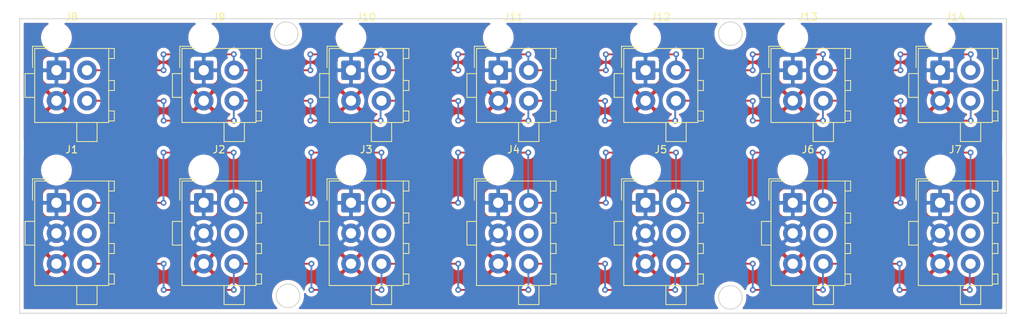
<source format=kicad_pcb>
(kicad_pcb (version 20171130) (host pcbnew "(5.1.5)-3")
  (layers (0 F.Cu signal) (31 B.Cu signal) (34 B.Paste user) (35 F.Paste user) (36 B.SilkS user) (37 F.SilkS user) (38 B.Mask user) (39 F.Mask user) (44 Edge.Cuts user))
  (net 0 "")
  (net 1 GND)
  (net 2 +12V)
  (net 3 CANH)
  (net 4 CANL)
  (net 5 PWM)
  (net 6 Sens)
  (net 7 VCC)
  (net 8 "Net-(J1-Pad5)")
  (net 9 "Net-(J2-Pad5)")
  (net 10 "Net-(J3-Pad5)")
  (net 11 "Net-(J4-Pad5)")
  (net 12 "Net-(J5-Pad5)")
  (net 13 "Net-(J6-Pad5)")
  (net 14 "Net-(J7-Pad5)")
  (module Connector_TE-Connectivity:TE_MATE-N-LOK_1-770875-x_2x03_P4.14mm_Vertical (layer F.Cu) (at 87.042 102.47)
    (fp_text reference J1 (at 2.07 -7.23) (layer F.SilkS))
    (fp_text value Conn_01x06)
    (pad 1 thru_hole roundrect (at 0 0) (size 2.64 2.64) (drill 1.4) (layers *.Cu *.Mask) (roundrect_rratio 0.094697) (net 1 GND))
    (pad 2 thru_hole circle (at 0 4.14) (size 2.64 2.64) (drill 1.4) (layers *.Cu *.Mask) (net 1 GND))
    (pad 3 thru_hole circle (at 0 8.28) (size 2.64 2.64) (drill 1.4) (layers *.Cu *.Mask) (net 2 +12V))
    (pad 4 thru_hole circle (at 4.14 0) (size 2.64 2.64) (drill 1.4) (layers *.Cu *.Mask) (net 3 CANH))
    (pad 5 thru_hole circle (at 4.14 4.14) (size 2.64 2.64) (drill 1.4) (layers *.Cu *.Mask) (net 8 "Net-(J1-Pad5)"))
    (pad 6 thru_hole circle (at 4.14 8.28) (size 2.64 2.64) (drill 1.4) (layers *.Cu *.Mask) (net 4 CANL))
    (pad "" np_thru_hole circle (at 0 -4.44) (size 3.18 3.18) (drill 3.18) (layers *.Cu *.Mask))
  )
  (module Connector_TE-Connectivity:TE_MATE-N-LOK_1-770875-x_2x03_P4.14mm_Vertical (layer F.Cu) (at 107.042 102.47)
    (fp_text reference J2 (at 2.07 -7.23) (layer F.SilkS))
    (fp_text value Conn_01x06)
    (pad "" np_thru_hole circle (at 0 -4.44) (size 3.18 3.18) (drill 3.18) (layers *.Cu *.Mask))
    (pad 6 thru_hole circle (at 4.14 8.28) (size 2.64 2.64) (drill 1.4) (layers *.Cu *.Mask) (net 4 CANL))
    (pad 5 thru_hole circle (at 4.14 4.14) (size 2.64 2.64) (drill 1.4) (layers *.Cu *.Mask) (net 9 "Net-(J2-Pad5)"))
    (pad 4 thru_hole circle (at 4.14 0) (size 2.64 2.64) (drill 1.4) (layers *.Cu *.Mask) (net 3 CANH))
    (pad 3 thru_hole circle (at 0 8.28) (size 2.64 2.64) (drill 1.4) (layers *.Cu *.Mask) (net 2 +12V))
    (pad 2 thru_hole circle (at 0 4.14) (size 2.64 2.64) (drill 1.4) (layers *.Cu *.Mask) (net 1 GND))
    (pad 1 thru_hole roundrect (at 0 0) (size 2.64 2.64) (drill 1.4) (layers *.Cu *.Mask) (roundrect_rratio 0.094697) (net 1 GND))
  )
  (module Connector_TE-Connectivity:TE_MATE-N-LOK_1-770875-x_2x03_P4.14mm_Vertical (layer F.Cu) (at 127.042 102.47)
    (fp_text reference J3 (at 2.07 -7.23) (layer F.SilkS))
    (fp_text value Conn_01x06)
    (pad 1 thru_hole roundrect (at 0 0) (size 2.64 2.64) (drill 1.4) (layers *.Cu *.Mask) (roundrect_rratio 0.094697) (net 1 GND))
    (pad 2 thru_hole circle (at 0 4.14) (size 2.64 2.64) (drill 1.4) (layers *.Cu *.Mask) (net 1 GND))
    (pad 3 thru_hole circle (at 0 8.28) (size 2.64 2.64) (drill 1.4) (layers *.Cu *.Mask) (net 2 +12V))
    (pad 4 thru_hole circle (at 4.14 0) (size 2.64 2.64) (drill 1.4) (layers *.Cu *.Mask) (net 3 CANH))
    (pad 5 thru_hole circle (at 4.14 4.14) (size 2.64 2.64) (drill 1.4) (layers *.Cu *.Mask) (net 10 "Net-(J3-Pad5)"))
    (pad 6 thru_hole circle (at 4.14 8.28) (size 2.64 2.64) (drill 1.4) (layers *.Cu *.Mask) (net 4 CANL))
    (pad "" np_thru_hole circle (at 0 -4.44) (size 3.18 3.18) (drill 3.18) (layers *.Cu *.Mask))
  )
  (module Connector_TE-Connectivity:TE_MATE-N-LOK_1-770875-x_2x03_P4.14mm_Vertical (layer F.Cu) (at 147.042 102.47)
    (fp_text reference J4 (at 2.07 -7.23) (layer F.SilkS))
    (fp_text value Conn_01x06)
    (pad "" np_thru_hole circle (at 0 -4.44) (size 3.18 3.18) (drill 3.18) (layers *.Cu *.Mask))
    (pad 6 thru_hole circle (at 4.14 8.28) (size 2.64 2.64) (drill 1.4) (layers *.Cu *.Mask) (net 4 CANL))
    (pad 5 thru_hole circle (at 4.14 4.14) (size 2.64 2.64) (drill 1.4) (layers *.Cu *.Mask) (net 11 "Net-(J4-Pad5)"))
    (pad 4 thru_hole circle (at 4.14 0) (size 2.64 2.64) (drill 1.4) (layers *.Cu *.Mask) (net 3 CANH))
    (pad 3 thru_hole circle (at 0 8.28) (size 2.64 2.64) (drill 1.4) (layers *.Cu *.Mask) (net 2 +12V))
    (pad 2 thru_hole circle (at 0 4.14) (size 2.64 2.64) (drill 1.4) (layers *.Cu *.Mask) (net 1 GND))
    (pad 1 thru_hole roundrect (at 0 0) (size 2.64 2.64) (drill 1.4) (layers *.Cu *.Mask) (roundrect_rratio 0.094697) (net 1 GND))
  )
  (module Connector_TE-Connectivity:TE_MATE-N-LOK_1-770875-x_2x03_P4.14mm_Vertical (layer F.Cu) (at 167.042 102.47)
    (fp_text reference J5 (at 2.07 -7.23) (layer F.SilkS))
    (fp_text value Conn_01x06)
    (pad 1 thru_hole roundrect (at 0 0) (size 2.64 2.64) (drill 1.4) (layers *.Cu *.Mask) (roundrect_rratio 0.094697) (net 1 GND))
    (pad 2 thru_hole circle (at 0 4.14) (size 2.64 2.64) (drill 1.4) (layers *.Cu *.Mask) (net 1 GND))
    (pad 3 thru_hole circle (at 0 8.28) (size 2.64 2.64) (drill 1.4) (layers *.Cu *.Mask) (net 2 +12V))
    (pad 4 thru_hole circle (at 4.14 0) (size 2.64 2.64) (drill 1.4) (layers *.Cu *.Mask) (net 3 CANH))
    (pad 5 thru_hole circle (at 4.14 4.14) (size 2.64 2.64) (drill 1.4) (layers *.Cu *.Mask) (net 12 "Net-(J5-Pad5)"))
    (pad 6 thru_hole circle (at 4.14 8.28) (size 2.64 2.64) (drill 1.4) (layers *.Cu *.Mask) (net 4 CANL))
    (pad "" np_thru_hole circle (at 0 -4.44) (size 3.18 3.18) (drill 3.18) (layers *.Cu *.Mask))
  )
  (module Connector_TE-Connectivity:TE_MATE-N-LOK_1-770875-x_2x03_P4.14mm_Vertical (layer F.Cu) (at 187.042 102.47)
    (fp_text reference J6 (at 2.07 -7.23) (layer F.SilkS))
    (fp_text value Conn_01x06)
    (pad "" np_thru_hole circle (at 0 -4.44) (size 3.18 3.18) (drill 3.18) (layers *.Cu *.Mask))
    (pad 6 thru_hole circle (at 4.14 8.28) (size 2.64 2.64) (drill 1.4) (layers *.Cu *.Mask) (net 4 CANL))
    (pad 5 thru_hole circle (at 4.14 4.14) (size 2.64 2.64) (drill 1.4) (layers *.Cu *.Mask) (net 13 "Net-(J6-Pad5)"))
    (pad 4 thru_hole circle (at 4.14 0) (size 2.64 2.64) (drill 1.4) (layers *.Cu *.Mask) (net 3 CANH))
    (pad 3 thru_hole circle (at 0 8.28) (size 2.64 2.64) (drill 1.4) (layers *.Cu *.Mask) (net 2 +12V))
    (pad 2 thru_hole circle (at 0 4.14) (size 2.64 2.64) (drill 1.4) (layers *.Cu *.Mask) (net 1 GND))
    (pad 1 thru_hole roundrect (at 0 0) (size 2.64 2.64) (drill 1.4) (layers *.Cu *.Mask) (roundrect_rratio 0.094697) (net 1 GND))
  )
  (module Connector_TE-Connectivity:TE_MATE-N-LOK_1-770875-x_2x03_P4.14mm_Vertical (layer F.Cu) (at 207.042 102.47)
    (fp_text reference J7 (at 2.07 -7.23) (layer F.SilkS))
    (fp_text value Conn_01x06)
    (pad 1 thru_hole roundrect (at 0 0) (size 2.64 2.64) (drill 1.4) (layers *.Cu *.Mask) (roundrect_rratio 0.094697) (net 1 GND))
    (pad 2 thru_hole circle (at 0 4.14) (size 2.64 2.64) (drill 1.4) (layers *.Cu *.Mask) (net 1 GND))
    (pad 3 thru_hole circle (at 0 8.28) (size 2.64 2.64) (drill 1.4) (layers *.Cu *.Mask) (net 2 +12V))
    (pad 4 thru_hole circle (at 4.14 0) (size 2.64 2.64) (drill 1.4) (layers *.Cu *.Mask) (net 3 CANH))
    (pad 5 thru_hole circle (at 4.14 4.14) (size 2.64 2.64) (drill 1.4) (layers *.Cu *.Mask) (net 14 "Net-(J7-Pad5)"))
    (pad 6 thru_hole circle (at 4.14 8.28) (size 2.64 2.64) (drill 1.4) (layers *.Cu *.Mask) (net 4 CANL))
    (pad "" np_thru_hole circle (at 0 -4.44) (size 3.18 3.18) (drill 3.18) (layers *.Cu *.Mask))
  )
  (module Connector_TE-Connectivity:TE_MATE-N-LOK_1-770874-x_2x02_P4.14mm_Vertical (layer F.Cu) (at 87.042 84.47)
    (fp_text reference J8 (at 2.07 -7.23) (layer F.SilkS))
    (fp_text value Conn_01x04)
    (pad "" np_thru_hole circle (at 0 -4.44) (size 3.18 3.18) (drill 3.18) (layers *.Cu *.Mask))
    (pad 4 thru_hole circle (at 4.14 4.14) (size 2.64 2.64) (drill 1.4) (layers *.Cu *.Mask) (net 5 PWM))
    (pad 3 thru_hole circle (at 4.14 0) (size 2.64 2.64) (drill 1.4) (layers *.Cu *.Mask) (net 6 Sens))
    (pad 2 thru_hole circle (at 0 4.14) (size 2.64 2.64) (drill 1.4) (layers *.Cu *.Mask) (net 7 VCC))
    (pad 1 thru_hole roundrect (at 0 0) (size 2.64 2.64) (drill 1.4) (layers *.Cu *.Mask) (roundrect_rratio 0.094697) (net 1 GND))
  )
  (module Connector_TE-Connectivity:TE_MATE-N-LOK_1-770874-x_2x02_P4.14mm_Vertical (layer F.Cu) (at 107.042 84.47)
    (fp_text reference J9 (at 2.07 -7.23) (layer F.SilkS))
    (fp_text value Conn_01x04)
    (pad 1 thru_hole roundrect (at 0 0) (size 2.64 2.64) (drill 1.4) (layers *.Cu *.Mask) (roundrect_rratio 0.094697) (net 1 GND))
    (pad 2 thru_hole circle (at 0 4.14) (size 2.64 2.64) (drill 1.4) (layers *.Cu *.Mask) (net 7 VCC))
    (pad 3 thru_hole circle (at 4.14 0) (size 2.64 2.64) (drill 1.4) (layers *.Cu *.Mask) (net 6 Sens))
    (pad 4 thru_hole circle (at 4.14 4.14) (size 2.64 2.64) (drill 1.4) (layers *.Cu *.Mask) (net 5 PWM))
    (pad "" np_thru_hole circle (at 0 -4.44) (size 3.18 3.18) (drill 3.18) (layers *.Cu *.Mask))
  )
  (module Connector_TE-Connectivity:TE_MATE-N-LOK_1-770874-x_2x02_P4.14mm_Vertical (layer F.Cu) (at 127.042 84.47)
    (fp_text reference J10 (at 2.07 -7.23) (layer F.SilkS))
    (fp_text value Conn_01x04)
    (pad "" np_thru_hole circle (at 0 -4.44) (size 3.18 3.18) (drill 3.18) (layers *.Cu *.Mask))
    (pad 4 thru_hole circle (at 4.14 4.14) (size 2.64 2.64) (drill 1.4) (layers *.Cu *.Mask) (net 5 PWM))
    (pad 3 thru_hole circle (at 4.14 0) (size 2.64 2.64) (drill 1.4) (layers *.Cu *.Mask) (net 6 Sens))
    (pad 2 thru_hole circle (at 0 4.14) (size 2.64 2.64) (drill 1.4) (layers *.Cu *.Mask) (net 7 VCC))
    (pad 1 thru_hole roundrect (at 0 0) (size 2.64 2.64) (drill 1.4) (layers *.Cu *.Mask) (roundrect_rratio 0.094697) (net 1 GND))
  )
  (module Connector_TE-Connectivity:TE_MATE-N-LOK_1-770874-x_2x02_P4.14mm_Vertical (layer F.Cu) (at 147.042 84.47)
    (fp_text reference J11 (at 2.07 -7.23) (layer F.SilkS))
    (fp_text value Conn_01x04)
    (pad 1 thru_hole roundrect (at 0 0) (size 2.64 2.64) (drill 1.4) (layers *.Cu *.Mask) (roundrect_rratio 0.094697) (net 1 GND))
    (pad 2 thru_hole circle (at 0 4.14) (size 2.64 2.64) (drill 1.4) (layers *.Cu *.Mask) (net 7 VCC))
    (pad 3 thru_hole circle (at 4.14 0) (size 2.64 2.64) (drill 1.4) (layers *.Cu *.Mask) (net 6 Sens))
    (pad 4 thru_hole circle (at 4.14 4.14) (size 2.64 2.64) (drill 1.4) (layers *.Cu *.Mask) (net 5 PWM))
    (pad "" np_thru_hole circle (at 0 -4.44) (size 3.18 3.18) (drill 3.18) (layers *.Cu *.Mask))
  )
  (module Connector_TE-Connectivity:TE_MATE-N-LOK_1-770874-x_2x02_P4.14mm_Vertical (layer F.Cu) (at 167.042 84.47)
    (fp_text reference J12 (at 2.07 -7.23) (layer F.SilkS))
    (fp_text value Conn_01x04)
    (pad "" np_thru_hole circle (at 0 -4.44) (size 3.18 3.18) (drill 3.18) (layers *.Cu *.Mask))
    (pad 4 thru_hole circle (at 4.14 4.14) (size 2.64 2.64) (drill 1.4) (layers *.Cu *.Mask) (net 5 PWM))
    (pad 3 thru_hole circle (at 4.14 0) (size 2.64 2.64) (drill 1.4) (layers *.Cu *.Mask) (net 6 Sens))
    (pad 2 thru_hole circle (at 0 4.14) (size 2.64 2.64) (drill 1.4) (layers *.Cu *.Mask) (net 7 VCC))
    (pad 1 thru_hole roundrect (at 0 0) (size 2.64 2.64) (drill 1.4) (layers *.Cu *.Mask) (roundrect_rratio 0.094697) (net 1 GND))
  )
  (module Connector_TE-Connectivity:TE_MATE-N-LOK_1-770874-x_2x02_P4.14mm_Vertical (layer F.Cu) (at 187.042 84.47)
    (fp_text reference J13 (at 2.07 -7.23) (layer F.SilkS))
    (fp_text value Conn_01x04)
    (pad 1 thru_hole roundrect (at 0 0) (size 2.64 2.64) (drill 1.4) (layers *.Cu *.Mask) (roundrect_rratio 0.094697) (net 1 GND))
    (pad 2 thru_hole circle (at 0 4.14) (size 2.64 2.64) (drill 1.4) (layers *.Cu *.Mask) (net 7 VCC))
    (pad 3 thru_hole circle (at 4.14 0) (size 2.64 2.64) (drill 1.4) (layers *.Cu *.Mask) (net 6 Sens))
    (pad 4 thru_hole circle (at 4.14 4.14) (size 2.64 2.64) (drill 1.4) (layers *.Cu *.Mask) (net 5 PWM))
    (pad "" np_thru_hole circle (at 0 -4.44) (size 3.18 3.18) (drill 3.18) (layers *.Cu *.Mask))
  )
  (module Connector_TE-Connectivity:TE_MATE-N-LOK_1-770874-x_2x02_P4.14mm_Vertical (layer F.Cu) (at 207.042 84.47)
    (fp_text reference J14 (at 2.07 -7.23) (layer F.SilkS))
    (fp_text value Conn_01x04)
    (pad 1 thru_hole roundrect (at 0 0) (size 2.64 2.64) (drill 1.4) (layers *.Cu *.Mask) (roundrect_rratio 0.094697) (net 1 GND))
    (pad 2 thru_hole circle (at 0 4.14) (size 2.64 2.64) (drill 1.4) (layers *.Cu *.Mask) (net 7 VCC))
    (pad 3 thru_hole circle (at 4.14 0) (size 2.64 2.64) (drill 1.4) (layers *.Cu *.Mask) (net 6 Sens))
    (pad 4 thru_hole circle (at 4.14 4.14) (size 2.64 2.64) (drill 1.4) (layers *.Cu *.Mask) (net 5 PWM))
    (pad "" np_thru_hole circle (at 0 -4.44) (size 3.18 3.18) (drill 3.18) (layers *.Cu *.Mask))
  )
  (gr_circle (center 178.562 115.316) (end 180.162 115.316) (layer Edge.Cuts) (width 0.12))
  (gr_circle (center 178.562 79.502) (end 180.162 79.502) (layer Edge.Cuts) (width 0.12))
  (gr_circle (center 118.237 79.502) (end 119.837 79.502) (layer Edge.Cuts) (width 0.12))
  (gr_circle (center 118.491 115.113) (end 120.091 115.113) (layer Edge.Cuts) (width 0.12))
  (gr_line (start 82.042 77.47) (end 82.042 117.47) (layer Edge.Cuts) (width 0.12))
  (gr_line (start 82.042 77.47) (end 216.042 77.47) (layer Edge.Cuts) (width 0.12))
  (gr_line (start 216.042 77.47) (end 216.042 117.47) (layer Edge.Cuts) (width 0.12))
  (gr_line (start 82.042 117.47) (end 216.042 117.47) (layer Edge.Cuts) (width 0.12))
  (via (at 201.657 102.47) (size 0.8) (drill 0.4) (layers F.Cu B.Cu) (net 3))
  (via (at 211.182 95.65) (size 0.8) (drill 0.4) (layers F.Cu B.Cu) (net 3))
  (via (at 201.657 95.65) (size 0.8) (drill 0.4) (layers F.Cu B.Cu) (net 3))
  (segment (start 201.657 95.65) (end 211.182 95.65) (width 0.25) (layer F.Cu) (net 3))
  (segment (start 201.657 102.47) (end 201.657 95.65) (width 0.25) (layer B.Cu) (net 3))
  (segment (start 191.258 102.47) (end 201.657 102.47) (width 0.25) (layer F.Cu) (net 3))
  (segment (start 211.182 102.394) (end 211.258 102.47) (width 0.25) (layer B.Cu) (net 3))
  (segment (start 211.182 95.65) (end 211.182 102.394) (width 0.25) (layer B.Cu) (net 3))
  (via (at 181.591 102.47) (size 0.8) (drill 0.4) (layers F.Cu B.Cu) (net 3))
  (via (at 191.116 95.65) (size 0.8) (drill 0.4) (layers F.Cu B.Cu) (net 3))
  (via (at 181.591 95.65) (size 0.8) (drill 0.4) (layers F.Cu B.Cu) (net 3))
  (segment (start 181.591 95.65) (end 191.116 95.65) (width 0.25) (layer F.Cu) (net 3))
  (segment (start 181.591 102.47) (end 181.591 95.65) (width 0.25) (layer B.Cu) (net 3))
  (segment (start 171.192 102.47) (end 181.591 102.47) (width 0.25) (layer F.Cu) (net 3))
  (segment (start 191.116 102.394) (end 191.192 102.47) (width 0.25) (layer B.Cu) (net 3))
  (segment (start 191.116 95.65) (end 191.116 102.394) (width 0.25) (layer B.Cu) (net 3))
  (via (at 161.652 102.47) (size 0.8) (drill 0.4) (layers F.Cu B.Cu) (net 3))
  (via (at 171.177 95.65) (size 0.8) (drill 0.4) (layers F.Cu B.Cu) (net 3))
  (via (at 161.652 95.65) (size 0.8) (drill 0.4) (layers F.Cu B.Cu) (net 3))
  (segment (start 161.652 95.65) (end 171.177 95.65) (width 0.25) (layer F.Cu) (net 3))
  (segment (start 161.652 102.47) (end 161.652 95.65) (width 0.25) (layer B.Cu) (net 3))
  (segment (start 151.253 102.47) (end 161.652 102.47) (width 0.25) (layer F.Cu) (net 3))
  (segment (start 171.177 102.394) (end 171.253 102.47) (width 0.25) (layer B.Cu) (net 3))
  (segment (start 171.177 95.65) (end 171.177 102.394) (width 0.25) (layer B.Cu) (net 3))
  (via (at 141.586 102.47) (size 0.8) (drill 0.4) (layers F.Cu B.Cu) (net 3))
  (via (at 151.111 95.65) (size 0.8) (drill 0.4) (layers F.Cu B.Cu) (net 3))
  (via (at 141.586 95.65) (size 0.8) (drill 0.4) (layers F.Cu B.Cu) (net 3))
  (segment (start 141.586 95.65) (end 151.111 95.65) (width 0.25) (layer F.Cu) (net 3))
  (segment (start 141.586 102.47) (end 141.586 95.65) (width 0.25) (layer B.Cu) (net 3))
  (segment (start 131.187 102.47) (end 141.586 102.47) (width 0.25) (layer F.Cu) (net 3))
  (segment (start 151.111 102.394) (end 151.187 102.47) (width 0.25) (layer B.Cu) (net 3))
  (segment (start 151.111 95.65) (end 151.111 102.394) (width 0.25) (layer B.Cu) (net 3))
  (via (at 121.647 102.47) (size 0.8) (drill 0.4) (layers F.Cu B.Cu) (net 3))
  (via (at 131.172 95.65) (size 0.8) (drill 0.4) (layers F.Cu B.Cu) (net 3))
  (via (at 121.647 95.65) (size 0.8) (drill 0.4) (layers F.Cu B.Cu) (net 3))
  (segment (start 121.647 95.65) (end 131.172 95.65) (width 0.25) (layer F.Cu) (net 3))
  (segment (start 121.647 102.47) (end 121.647 95.65) (width 0.25) (layer B.Cu) (net 3))
  (segment (start 111.248 102.47) (end 121.647 102.47) (width 0.25) (layer F.Cu) (net 3))
  (segment (start 131.172 102.394) (end 131.248 102.47) (width 0.25) (layer B.Cu) (net 3))
  (segment (start 131.172 95.65) (end 131.172 102.394) (width 0.25) (layer B.Cu) (net 3))
  (segment (start 91.182 102.47) (end 101.581 102.47) (width 0.25) (layer F.Cu) (net 3))
  (via (at 101.581 102.47) (size 0.8) (drill 0.4) (layers F.Cu B.Cu) (net 3))
  (segment (start 101.581 102.47) (end 101.581 95.65) (width 0.25) (layer B.Cu) (net 3))
  (via (at 101.581 95.65) (size 0.8) (drill 0.4) (layers F.Cu B.Cu) (net 3))
  (segment (start 101.581 95.65) (end 111.106 95.65) (width 0.25) (layer F.Cu) (net 3))
  (via (at 111.106 95.65) (size 0.8) (drill 0.4) (layers F.Cu B.Cu) (net 3))
  (segment (start 111.106 102.394) (end 111.182 102.47) (width 0.25) (layer B.Cu) (net 3))
  (segment (start 111.106 95.65) (end 111.106 102.394) (width 0.25) (layer B.Cu) (net 3))
  (segment (start 211.074 110.807) (end 211.131 110.75) (width 0.25) (layer B.Cu) (net 4))
  (segment (start 211.074 114.3) (end 211.074 110.807) (width 0.25) (layer B.Cu) (net 4))
  (via (at 201.549 114.3) (size 0.8) (drill 0.4) (layers F.Cu B.Cu) (net 4))
  (via (at 201.549 110.744) (size 0.8) (drill 0.4) (layers F.Cu B.Cu) (net 4))
  (via (at 211.074 114.3) (size 0.8) (drill 0.4) (layers F.Cu B.Cu) (net 4))
  (segment (start 201.549 114.3) (end 211.074 114.3) (width 0.25) (layer F.Cu) (net 4))
  (segment (start 201.543 110.75) (end 201.549 110.744) (width 0.25) (layer F.Cu) (net 4))
  (segment (start 201.549 111.309685) (end 201.549 114.3) (width 0.25) (layer B.Cu) (net 4))
  (segment (start 191.131 110.75) (end 201.543 110.75) (width 0.25) (layer F.Cu) (net 4))
  (segment (start 201.549 110.744) (end 201.549 111.309685) (width 0.25) (layer B.Cu) (net 4))
  (segment (start 191.135 110.807) (end 191.192 110.75) (width 0.25) (layer B.Cu) (net 4))
  (segment (start 191.135 114.3) (end 191.135 110.807) (width 0.25) (layer B.Cu) (net 4))
  (via (at 181.61 114.3) (size 0.8) (drill 0.4) (layers F.Cu B.Cu) (net 4))
  (via (at 181.61 110.744) (size 0.8) (drill 0.4) (layers F.Cu B.Cu) (net 4))
  (via (at 191.135 114.3) (size 0.8) (drill 0.4) (layers F.Cu B.Cu) (net 4))
  (segment (start 181.61 114.3) (end 191.135 114.3) (width 0.25) (layer F.Cu) (net 4))
  (segment (start 181.604 110.75) (end 181.61 110.744) (width 0.25) (layer F.Cu) (net 4))
  (segment (start 181.61 111.309685) (end 181.61 114.3) (width 0.25) (layer B.Cu) (net 4))
  (segment (start 171.192 110.75) (end 181.604 110.75) (width 0.25) (layer F.Cu) (net 4))
  (segment (start 181.61 110.744) (end 181.61 111.309685) (width 0.25) (layer B.Cu) (net 4))
  (segment (start 171.069 110.807) (end 171.126 110.75) (width 0.25) (layer B.Cu) (net 4))
  (segment (start 171.069 114.3) (end 171.069 110.807) (width 0.25) (layer B.Cu) (net 4))
  (via (at 161.544 114.3) (size 0.8) (drill 0.4) (layers F.Cu B.Cu) (net 4))
  (via (at 161.544 110.744) (size 0.8) (drill 0.4) (layers F.Cu B.Cu) (net 4))
  (via (at 171.069 114.3) (size 0.8) (drill 0.4) (layers F.Cu B.Cu) (net 4))
  (segment (start 161.544 114.3) (end 171.069 114.3) (width 0.25) (layer F.Cu) (net 4))
  (segment (start 161.538 110.75) (end 161.544 110.744) (width 0.25) (layer F.Cu) (net 4))
  (segment (start 161.544 111.309685) (end 161.544 114.3) (width 0.25) (layer B.Cu) (net 4))
  (segment (start 151.126 110.75) (end 161.538 110.75) (width 0.25) (layer F.Cu) (net 4))
  (segment (start 161.544 110.744) (end 161.544 111.309685) (width 0.25) (layer B.Cu) (net 4))
  (segment (start 151.13 110.807) (end 151.187 110.75) (width 0.25) (layer B.Cu) (net 4))
  (segment (start 151.13 114.3) (end 151.13 110.807) (width 0.25) (layer B.Cu) (net 4))
  (via (at 141.605 114.3) (size 0.8) (drill 0.4) (layers F.Cu B.Cu) (net 4))
  (via (at 141.605 110.744) (size 0.8) (drill 0.4) (layers F.Cu B.Cu) (net 4))
  (via (at 151.13 114.3) (size 0.8) (drill 0.4) (layers F.Cu B.Cu) (net 4))
  (segment (start 141.605 114.3) (end 151.13 114.3) (width 0.25) (layer F.Cu) (net 4))
  (segment (start 141.599 110.75) (end 141.605 110.744) (width 0.25) (layer F.Cu) (net 4))
  (segment (start 141.605 111.309685) (end 141.605 114.3) (width 0.25) (layer B.Cu) (net 4))
  (segment (start 131.187 110.75) (end 141.599 110.75) (width 0.25) (layer F.Cu) (net 4))
  (segment (start 141.605 110.744) (end 141.605 111.309685) (width 0.25) (layer B.Cu) (net 4))
  (segment (start 131.191 110.807) (end 131.248 110.75) (width 0.25) (layer B.Cu) (net 4))
  (segment (start 131.191 114.3) (end 131.191 110.807) (width 0.25) (layer B.Cu) (net 4))
  (via (at 121.666 114.3) (size 0.8) (drill 0.4) (layers F.Cu B.Cu) (net 4))
  (via (at 121.666 110.744) (size 0.8) (drill 0.4) (layers F.Cu B.Cu) (net 4))
  (via (at 131.191 114.3) (size 0.8) (drill 0.4) (layers F.Cu B.Cu) (net 4))
  (segment (start 121.666 114.3) (end 131.191 114.3) (width 0.25) (layer F.Cu) (net 4))
  (segment (start 121.66 110.75) (end 121.666 110.744) (width 0.25) (layer F.Cu) (net 4))
  (segment (start 121.666 111.309685) (end 121.666 114.3) (width 0.25) (layer B.Cu) (net 4))
  (segment (start 111.248 110.75) (end 121.66 110.75) (width 0.25) (layer F.Cu) (net 4))
  (segment (start 121.666 110.744) (end 121.666 111.309685) (width 0.25) (layer B.Cu) (net 4))
  (via (at 101.6 110.744) (size 0.8) (drill 0.4) (layers F.Cu B.Cu) (net 4))
  (segment (start 91.182 110.75) (end 101.594 110.75) (width 0.25) (layer F.Cu) (net 4))
  (segment (start 101.594 110.75) (end 101.6 110.744) (width 0.25) (layer F.Cu) (net 4))
  (segment (start 101.6 110.744) (end 101.6 111.309685) (width 0.25) (layer B.Cu) (net 4))
  (via (at 101.6 114.3) (size 0.8) (drill 0.4) (layers F.Cu B.Cu) (net 4))
  (segment (start 101.6 111.309685) (end 101.6 114.3) (width 0.25) (layer B.Cu) (net 4))
  (segment (start 101.6 114.3) (end 111.125 114.3) (width 0.25) (layer F.Cu) (net 4))
  (via (at 111.125 114.3) (size 0.8) (drill 0.4) (layers F.Cu B.Cu) (net 4))
  (segment (start 111.125 110.807) (end 111.182 110.75) (width 0.25) (layer B.Cu) (net 4))
  (segment (start 111.125 114.3) (end 111.125 110.807) (width 0.25) (layer B.Cu) (net 4))
  (segment (start 191.258 88.61) (end 201.64 88.61) (width 0.25) (layer F.Cu) (net 5))
  (segment (start 201.64 88.61) (end 201.676 88.646) (width 0.25) (layer F.Cu) (net 5))
  (segment (start 211.201 88.667) (end 211.258 88.61) (width 0.25) (layer B.Cu) (net 5))
  (segment (start 211.201 91.313) (end 211.201 88.667) (width 0.25) (layer B.Cu) (net 5))
  (via (at 211.201 91.313) (size 0.8) (drill 0.4) (layers F.Cu B.Cu) (net 5))
  (via (at 201.676 91.313) (size 0.8) (drill 0.4) (layers F.Cu B.Cu) (net 5))
  (via (at 201.676 88.646) (size 0.8) (drill 0.4) (layers F.Cu B.Cu) (net 5))
  (segment (start 201.676 91.313) (end 211.201 91.313) (width 0.25) (layer F.Cu) (net 5))
  (segment (start 201.676 88.646) (end 201.676 91.313) (width 0.25) (layer B.Cu) (net 5))
  (segment (start 171.192 88.61) (end 181.574 88.61) (width 0.25) (layer F.Cu) (net 5))
  (segment (start 181.574 88.61) (end 181.61 88.646) (width 0.25) (layer F.Cu) (net 5))
  (segment (start 191.135 88.667) (end 191.192 88.61) (width 0.25) (layer B.Cu) (net 5))
  (segment (start 191.135 91.313) (end 191.135 88.667) (width 0.25) (layer B.Cu) (net 5))
  (via (at 191.135 91.313) (size 0.8) (drill 0.4) (layers F.Cu B.Cu) (net 5))
  (via (at 181.61 91.313) (size 0.8) (drill 0.4) (layers F.Cu B.Cu) (net 5))
  (via (at 181.61 88.646) (size 0.8) (drill 0.4) (layers F.Cu B.Cu) (net 5))
  (segment (start 181.61 91.313) (end 191.135 91.313) (width 0.25) (layer F.Cu) (net 5))
  (segment (start 181.61 88.646) (end 181.61 91.313) (width 0.25) (layer B.Cu) (net 5))
  (segment (start 151.126 88.61) (end 161.508 88.61) (width 0.25) (layer F.Cu) (net 5))
  (segment (start 161.508 88.61) (end 161.544 88.646) (width 0.25) (layer F.Cu) (net 5))
  (segment (start 171.069 88.667) (end 171.126 88.61) (width 0.25) (layer B.Cu) (net 5))
  (segment (start 171.069 91.313) (end 171.069 88.667) (width 0.25) (layer B.Cu) (net 5))
  (via (at 171.069 91.313) (size 0.8) (drill 0.4) (layers F.Cu B.Cu) (net 5))
  (via (at 161.544 91.313) (size 0.8) (drill 0.4) (layers F.Cu B.Cu) (net 5))
  (via (at 161.544 88.646) (size 0.8) (drill 0.4) (layers F.Cu B.Cu) (net 5))
  (segment (start 161.544 91.313) (end 171.069 91.313) (width 0.25) (layer F.Cu) (net 5))
  (segment (start 161.544 88.646) (end 161.544 91.313) (width 0.25) (layer B.Cu) (net 5))
  (segment (start 131.187 88.61) (end 141.569 88.61) (width 0.25) (layer F.Cu) (net 5))
  (segment (start 141.569 88.61) (end 141.605 88.646) (width 0.25) (layer F.Cu) (net 5))
  (segment (start 151.13 88.667) (end 151.187 88.61) (width 0.25) (layer B.Cu) (net 5))
  (segment (start 151.13 91.313) (end 151.13 88.667) (width 0.25) (layer B.Cu) (net 5))
  (via (at 151.13 91.313) (size 0.8) (drill 0.4) (layers F.Cu B.Cu) (net 5))
  (via (at 141.605 91.313) (size 0.8) (drill 0.4) (layers F.Cu B.Cu) (net 5))
  (via (at 141.605 88.646) (size 0.8) (drill 0.4) (layers F.Cu B.Cu) (net 5))
  (segment (start 141.605 91.313) (end 151.13 91.313) (width 0.25) (layer F.Cu) (net 5))
  (segment (start 141.605 88.646) (end 141.605 91.313) (width 0.25) (layer B.Cu) (net 5))
  (segment (start 111.121 88.61) (end 121.503 88.61) (width 0.25) (layer F.Cu) (net 5))
  (segment (start 121.503 88.61) (end 121.539 88.646) (width 0.25) (layer F.Cu) (net 5))
  (segment (start 131.064 88.667) (end 131.121 88.61) (width 0.25) (layer B.Cu) (net 5))
  (segment (start 131.064 91.313) (end 131.064 88.667) (width 0.25) (layer B.Cu) (net 5))
  (via (at 131.064 91.313) (size 0.8) (drill 0.4) (layers F.Cu B.Cu) (net 5))
  (via (at 121.539 91.313) (size 0.8) (drill 0.4) (layers F.Cu B.Cu) (net 5))
  (via (at 121.539 88.646) (size 0.8) (drill 0.4) (layers F.Cu B.Cu) (net 5))
  (segment (start 121.539 91.313) (end 131.064 91.313) (width 0.25) (layer F.Cu) (net 5))
  (segment (start 121.539 88.646) (end 121.539 91.313) (width 0.25) (layer B.Cu) (net 5))
  (via (at 101.6 88.646) (size 0.8) (drill 0.4) (layers F.Cu B.Cu) (net 5))
  (segment (start 91.182 88.61) (end 101.564 88.61) (width 0.25) (layer F.Cu) (net 5))
  (segment (start 101.564 88.61) (end 101.6 88.646) (width 0.25) (layer F.Cu) (net 5))
  (segment (start 101.6 88.646) (end 101.6 91.313) (width 0.25) (layer B.Cu) (net 5))
  (via (at 101.6 91.313) (size 0.8) (drill 0.4) (layers F.Cu B.Cu) (net 5))
  (segment (start 101.6 91.313) (end 111.125 91.313) (width 0.25) (layer F.Cu) (net 5))
  (via (at 111.125 91.313) (size 0.8) (drill 0.4) (layers F.Cu B.Cu) (net 5))
  (segment (start 111.125 88.667) (end 111.182 88.61) (width 0.25) (layer B.Cu) (net 5))
  (segment (start 111.125 91.313) (end 111.125 88.667) (width 0.25) (layer B.Cu) (net 5))
  (segment (start 201.661 84.47) (end 201.661 82.311) (width 0.25) (layer B.Cu) (net 6))
  (via (at 211.201 82.296) (size 0.8) (drill 0.4) (layers F.Cu B.Cu) (net 6))
  (via (at 201.661 84.47) (size 0.8) (drill 0.4) (layers F.Cu B.Cu) (net 6))
  (via (at 201.661 82.311) (size 0.8) (drill 0.4) (layers F.Cu B.Cu) (net 6))
  (segment (start 210.962 82.311) (end 210.977 82.296) (width 0.25) (layer F.Cu) (net 6))
  (segment (start 201.661 82.311) (end 210.962 82.311) (width 0.25) (layer F.Cu) (net 6))
  (segment (start 211.201 82.296) (end 211.201 84.413) (width 0.25) (layer B.Cu) (net 6))
  (segment (start 210.977 82.296) (end 211.201 82.296) (width 0.25) (layer F.Cu) (net 6))
  (segment (start 211.201 84.413) (end 211.258 84.47) (width 0.25) (layer B.Cu) (net 6))
  (segment (start 191.258 84.47) (end 201.661 84.47) (width 0.25) (layer F.Cu) (net 6))
  (segment (start 181.595 84.47) (end 181.595 82.311) (width 0.25) (layer B.Cu) (net 6))
  (via (at 191.135 82.296) (size 0.8) (drill 0.4) (layers F.Cu B.Cu) (net 6))
  (via (at 181.595 84.47) (size 0.8) (drill 0.4) (layers F.Cu B.Cu) (net 6))
  (via (at 181.595 82.311) (size 0.8) (drill 0.4) (layers F.Cu B.Cu) (net 6))
  (segment (start 190.896 82.311) (end 190.911 82.296) (width 0.25) (layer F.Cu) (net 6))
  (segment (start 181.595 82.311) (end 190.896 82.311) (width 0.25) (layer F.Cu) (net 6))
  (segment (start 191.135 82.296) (end 191.135 84.413) (width 0.25) (layer B.Cu) (net 6))
  (segment (start 190.911 82.296) (end 191.135 82.296) (width 0.25) (layer F.Cu) (net 6))
  (segment (start 191.135 84.413) (end 191.192 84.47) (width 0.25) (layer B.Cu) (net 6))
  (segment (start 171.192 84.47) (end 181.595 84.47) (width 0.25) (layer F.Cu) (net 6))
  (segment (start 161.656 84.47) (end 161.656 82.311) (width 0.25) (layer B.Cu) (net 6))
  (via (at 171.196 82.296) (size 0.8) (drill 0.4) (layers F.Cu B.Cu) (net 6))
  (via (at 161.656 84.47) (size 0.8) (drill 0.4) (layers F.Cu B.Cu) (net 6))
  (via (at 161.656 82.311) (size 0.8) (drill 0.4) (layers F.Cu B.Cu) (net 6))
  (segment (start 170.957 82.311) (end 170.972 82.296) (width 0.25) (layer F.Cu) (net 6))
  (segment (start 161.656 82.311) (end 170.957 82.311) (width 0.25) (layer F.Cu) (net 6))
  (segment (start 171.196 82.296) (end 171.196 84.413) (width 0.25) (layer B.Cu) (net 6))
  (segment (start 170.972 82.296) (end 171.196 82.296) (width 0.25) (layer F.Cu) (net 6))
  (segment (start 171.196 84.413) (end 171.253 84.47) (width 0.25) (layer B.Cu) (net 6))
  (segment (start 151.253 84.47) (end 161.656 84.47) (width 0.25) (layer F.Cu) (net 6))
  (segment (start 141.59 84.47) (end 141.59 82.311) (width 0.25) (layer B.Cu) (net 6))
  (via (at 151.13 82.296) (size 0.8) (drill 0.4) (layers F.Cu B.Cu) (net 6))
  (via (at 141.59 84.47) (size 0.8) (drill 0.4) (layers F.Cu B.Cu) (net 6))
  (via (at 141.59 82.311) (size 0.8) (drill 0.4) (layers F.Cu B.Cu) (net 6))
  (segment (start 150.891 82.311) (end 150.906 82.296) (width 0.25) (layer F.Cu) (net 6))
  (segment (start 141.59 82.311) (end 150.891 82.311) (width 0.25) (layer F.Cu) (net 6))
  (segment (start 151.13 82.296) (end 151.13 84.413) (width 0.25) (layer B.Cu) (net 6))
  (segment (start 150.906 82.296) (end 151.13 82.296) (width 0.25) (layer F.Cu) (net 6))
  (segment (start 151.13 84.413) (end 151.187 84.47) (width 0.25) (layer B.Cu) (net 6))
  (segment (start 131.187 84.47) (end 141.59 84.47) (width 0.25) (layer F.Cu) (net 6))
  (segment (start 121.524 84.47) (end 121.524 82.311) (width 0.25) (layer B.Cu) (net 6))
  (via (at 131.064 82.296) (size 0.8) (drill 0.4) (layers F.Cu B.Cu) (net 6))
  (via (at 121.524 84.47) (size 0.8) (drill 0.4) (layers F.Cu B.Cu) (net 6))
  (via (at 121.524 82.311) (size 0.8) (drill 0.4) (layers F.Cu B.Cu) (net 6))
  (segment (start 130.825 82.311) (end 130.84 82.296) (width 0.25) (layer F.Cu) (net 6))
  (segment (start 121.524 82.311) (end 130.825 82.311) (width 0.25) (layer F.Cu) (net 6))
  (segment (start 131.064 82.296) (end 131.064 84.413) (width 0.25) (layer B.Cu) (net 6))
  (segment (start 130.84 82.296) (end 131.064 82.296) (width 0.25) (layer F.Cu) (net 6))
  (segment (start 131.064 84.413) (end 131.121 84.47) (width 0.25) (layer B.Cu) (net 6))
  (segment (start 111.121 84.47) (end 121.524 84.47) (width 0.25) (layer F.Cu) (net 6))
  (segment (start 91.182 84.47) (end 101.585 84.47) (width 0.25) (layer F.Cu) (net 6))
  (via (at 101.585 84.47) (size 0.8) (drill 0.4) (layers F.Cu B.Cu) (net 6))
  (segment (start 101.585 84.47) (end 101.585 82.311) (width 0.25) (layer B.Cu) (net 6))
  (via (at 101.585 82.311) (size 0.8) (drill 0.4) (layers F.Cu B.Cu) (net 6))
  (segment (start 101.585 82.311) (end 110.886 82.311) (width 0.25) (layer F.Cu) (net 6))
  (via (at 111.125 82.296) (size 0.8) (drill 0.4) (layers F.Cu B.Cu) (net 6))
  (segment (start 110.886 82.311) (end 110.901 82.296) (width 0.25) (layer F.Cu) (net 6))
  (segment (start 110.901 82.296) (end 111.125 82.296) (width 0.25) (layer F.Cu) (net 6))
  (segment (start 111.125 84.413) (end 111.182 84.47) (width 0.25) (layer B.Cu) (net 6))
  (segment (start 111.125 82.296) (end 111.125 84.413) (width 0.25) (layer B.Cu) (net 6))
  (zone (net 1) (net_name GND) (layer B.Cu) (connect_pads (clearance 0.508)) (min_thickness 0.254) (fill yes (arc_segments 32) (thermal_gap 0.508) (thermal_bridge_width 0.508))
    (polygon (pts (xy 217.17 117.856) (xy 80.391 117.856) (xy 80.391 75.438) (xy 217.17 75.438)))
  )
  (zone (net 2) (net_name +12V) (layer F.Cu) (connect_pads (clearance 0.508)) (min_thickness 0.254) (fill yes (arc_segments 32) (thermal_gap 0.508) (thermal_bridge_width 0.508))
    (polygon (pts (xy 218.186 118.237) (xy 79.375 118.237) (xy 79.375 96.012) (xy 218.186 95.885)))
  )
  (zone (net 7) (net_name VCC) (layer F.Cu) (connect_pads (clearance 0.508)) (min_thickness 0.254) (fill yes (arc_segments 32) (thermal_gap 0.508) (thermal_bridge_width 0.508))
    (polygon (pts (xy 218.44 93.98) (xy 79.375 93.98) (xy 79.375 74.93) (xy 218.44 74.93)))
  )
)
</source>
